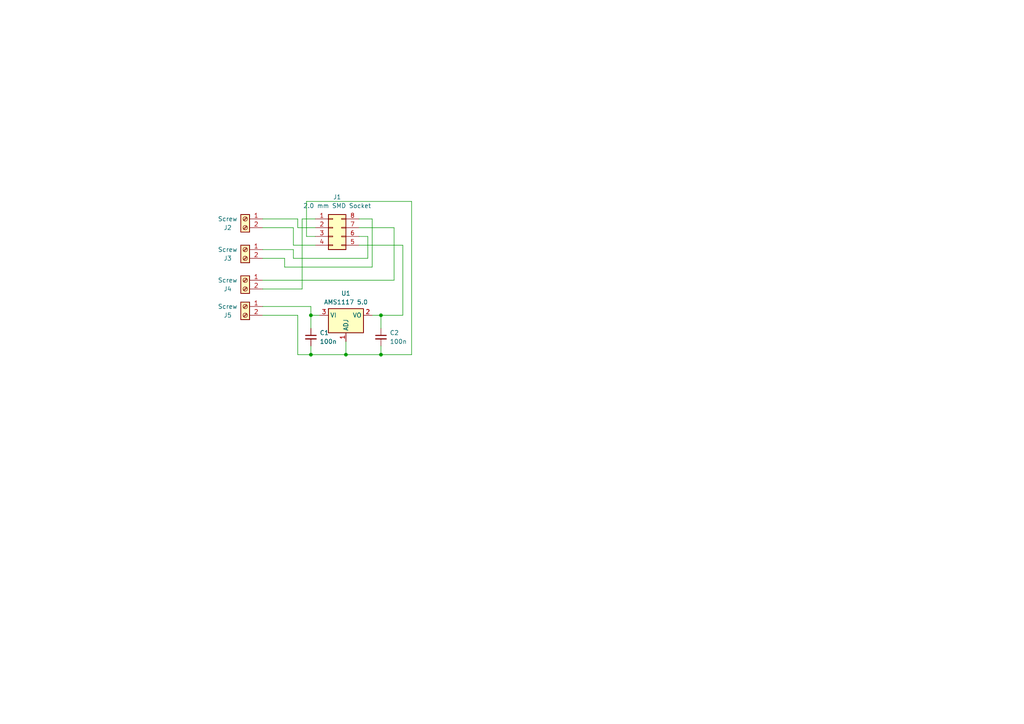
<source format=kicad_sch>
(kicad_sch (version 20230121) (generator eeschema)
  (paper "A4")
  (lib_symbols
    (symbol "Connector:Screw_Terminal_01x02" (pin_names (offset 1.016) hide)
      (property "Reference" "J" (at 0 2.54 0))
      (property "Value" "Screw_Terminal_01x02" (at 0 -5.08 0))
      (symbol "Screw_Terminal_01x02_1_1"
        (rectangle (start -1.27 1.27) (end 1.27 -3.81) (stroke (width 0.254)) (fill (type background)))
        (circle (center 0 -2.54) (radius 0.635) (stroke (width 0.1524)))
        (polyline (pts (xy -0.5334 -2.2098) (xy 0.3302 -3.048)) (stroke (width 0.1524)))
        (polyline (pts (xy -0.5334 0.3302) (xy 0.3302 -0.508)) (stroke (width 0.1524)))
        (polyline (pts (xy -0.3556 -2.032) (xy 0.508 -2.8702)) (stroke (width 0.1524)))
        (polyline (pts (xy -0.3556 0.508) (xy 0.508 -0.3302)) (stroke (width 0.1524)))
        (circle (center 0 0) (radius 0.635) (stroke (width 0.1524)))
        (pin passive line (at -5.08 0 0) (length 3.81) (name "Pin_1") (number "1"))
        (pin passive line (at -5.08 -2.54 0) (length 3.81) (name "Pin_2") (number "2"))
      )
    )
    (symbol "Connector_Generic:Conn_02x04_Counter_Clockwise" (pin_names (offset 1.016) hide)
      (property "Reference" "J" (at 1.27 5.08 0))
      (property "Value" "Conn_02x04_Counter_Clockwise" (at 1.27 -7.62 0))
      (symbol "Conn_02x04_Counter_Clockwise_1_1"
        (rectangle (start -1.27 -4.953) (end 0 -5.207) (stroke (width 0.1524)))
        (rectangle (start -1.27 -2.413) (end 0 -2.667) (stroke (width 0.1524)))
        (rectangle (start -1.27 0.127) (end 0 -0.127) (stroke (width 0.1524)))
        (rectangle (start -1.27 2.667) (end 0 2.413) (stroke (width 0.1524)))
        (rectangle (start -1.27 3.81) (end 3.81 -6.35) (stroke (width 0.254)) (fill (type background)))
        (rectangle (start 3.81 -4.953) (end 2.54 -5.207) (stroke (width 0.1524)))
        (rectangle (start 3.81 -2.413) (end 2.54 -2.667) (stroke (width 0.1524)))
        (rectangle (start 3.81 0.127) (end 2.54 -0.127) (stroke (width 0.1524)))
        (rectangle (start 3.81 2.667) (end 2.54 2.413) (stroke (width 0.1524)))
        (pin passive line (at -5.08 2.54 0) (length 3.81) (name "Pin_1") (number "1"))
        (pin passive line (at -5.08 0 0) (length 3.81) (name "Pin_2") (number "2"))
        (pin passive line (at -5.08 -2.54 0) (length 3.81) (name "Pin_3") (number "3"))
        (pin passive line (at -5.08 -5.08 0) (length 3.81) (name "Pin_4") (number "4"))
        (pin passive line (at 7.62 -5.08 180) (length 3.81) (name "Pin_5") (number "5"))
        (pin passive line (at 7.62 -2.54 180) (length 3.81) (name "Pin_6") (number "6"))
        (pin passive line (at 7.62 0 180) (length 3.81) (name "Pin_7") (number "7"))
        (pin passive line (at 7.62 2.54 180) (length 3.81) (name "Pin_8") (number "8"))
      )
    )
    (symbol "Device:C_Small" (pin_numbers hide) (pin_names (offset 0.254) hide)
      (property "Reference" "C" (at 0.254 1.778 0))
      (property "Value" "C_Small" (at 0.254 -2.032 0))
      (symbol "C_Small_0_1"
        (polyline (pts (xy -1.524 -0.508) (xy 1.524 -0.508)) (stroke (width 0.3302)))
        (polyline (pts (xy -1.524 0.508) (xy 1.524 0.508)) (stroke (width 0.3048)))
      )
      (symbol "C_Small_1_1"
        (pin passive line (at 0 2.54 270) (length 2.032) (name "~") (number "1"))
        (pin passive line (at 0 -2.54 90) (length 2.032) (name "~") (number "2"))
      )
    )
    (symbol "Regulator_Linear:AMS1117"
      (property "Reference" "U" (at -3.81 3.175 0))
      (property "Value" "AMS1117" (at 0 3.175 0))
      (symbol "AMS1117_0_1"
        (rectangle (start -5.08 -5.08) (end 5.08 1.905) (stroke (width 0.254)) (fill (type background)))
      )
      (symbol "AMS1117_1_1"
        (pin input line (at 0 -7.62 90) (length 2.54) (name "ADJ") (number "1"))
        (pin power_out line (at 7.62 0 180) (length 2.54) (name "VO") (number "2"))
        (pin power_in line (at -7.62 0 0) (length 2.54) (name "VI") (number "3"))
      )
    )
  )
  (junction (at 110.49 102.87))
  (junction (at 90.17 102.87))
  (junction (at 100.33 102.87))
  (junction (at 110.49 91.44))
  (junction (at 90.17 91.44))
  (wire (pts (xy 110.49 91.44) (xy 116.84 91.44)))
  (wire (pts (xy 110.49 100.33) (xy 110.49 102.87)))
  (wire (pts (xy 76.2 91.44) (xy 86.36 91.44)))
  (wire (pts (xy 76.2 81.28) (xy 114.3 81.28)))
  (wire (pts (xy 104.14 66.04) (xy 114.3 66.04)))
  (wire (pts (xy 86.36 102.87) (xy 90.17 102.87)))
  (wire (pts (xy 87.63 63.5) (xy 91.44 63.5)))
  (wire (pts (xy 106.68 68.58) (xy 104.14 68.58)))
  (wire (pts (xy 107.95 91.44) (xy 110.49 91.44)))
  (wire (pts (xy 119.38 58.42) (xy 119.38 102.87)))
  (wire (pts (xy 87.63 83.82) (xy 87.63 63.5)))
  (wire (pts (xy 90.17 100.33) (xy 90.17 102.87)))
  (wire (pts (xy 85.09 71.12) (xy 91.44 71.12)))
  (wire (pts (xy 116.84 71.12) (xy 104.14 71.12)))
  (wire (pts (xy 82.55 77.47) (xy 107.95 77.47)))
  (wire (pts (xy 90.17 91.44) (xy 92.71 91.44)))
  (wire (pts (xy 88.9 58.42) (xy 88.9 68.58)))
  (wire (pts (xy 76.2 88.9) (xy 90.17 88.9)))
  (wire (pts (xy 85.09 72.39) (xy 85.09 74.93)))
  (wire (pts (xy 90.17 102.87) (xy 100.33 102.87)))
  (wire (pts (xy 82.55 74.93) (xy 82.55 77.47)))
  (wire (pts (xy 76.2 66.04) (xy 85.09 66.04)))
  (wire (pts (xy 110.49 91.44) (xy 110.49 95.25)))
  (wire (pts (xy 88.9 68.58) (xy 91.44 68.58)))
  (wire (pts (xy 76.2 83.82) (xy 87.63 83.82)))
  (wire (pts (xy 100.33 102.87) (xy 100.33 99.06)))
  (wire (pts (xy 85.09 74.93) (xy 106.68 74.93)))
  (wire (pts (xy 90.17 88.9) (xy 90.17 91.44)))
  (wire (pts (xy 86.36 63.5) (xy 86.36 66.04)))
  (wire (pts (xy 119.38 58.42) (xy 88.9 58.42)))
  (wire (pts (xy 107.95 63.5) (xy 104.14 63.5)))
  (wire (pts (xy 116.84 91.44) (xy 116.84 71.12)))
  (wire (pts (xy 100.33 102.87) (xy 110.49 102.87)))
  (wire (pts (xy 76.2 63.5) (xy 86.36 63.5)))
  (wire (pts (xy 86.36 91.44) (xy 86.36 102.87)))
  (wire (pts (xy 107.95 77.47) (xy 107.95 63.5)))
  (wire (pts (xy 76.2 74.93) (xy 82.55 74.93)))
  (wire (pts (xy 110.49 102.87) (xy 119.38 102.87)))
  (wire (pts (xy 114.3 81.28) (xy 114.3 66.04)))
  (wire (pts (xy 106.68 74.93) (xy 106.68 68.58)))
  (wire (pts (xy 85.09 66.04) (xy 85.09 71.12)))
  (wire (pts (xy 76.2 72.39) (xy 85.09 72.39)))
  (wire (pts (xy 90.17 91.44) (xy 90.17 95.25)))
  (wire (pts (xy 86.36 66.04) (xy 91.44 66.04)))
  (symbol (lib_id "Regulator_Linear:AMS1117") (at 100.33 91.44 0) (unit 1)
    (property "Reference" "U1" (at 100.33 85.09 0))
    (property "Value" "AMS1117 5.0" (at 100.33 87.63 0))
    (property "Footprint" "Package_TO_SOT_SMD:SOT-223-3_TabPin2" (effects hide))
    (property "Datasheet" "http://www.advanced-monolithic.com/pdf/ds1117.pdf" (effects hide))
  )
  (symbol (lib_id "Connector:Screw_Terminal_01x02") (at 71.12 72.39 0) (mirror y) (unit 1)
    (property "Reference" "J3" (at 66.04 74.93 0))
    (property "Value" "Screw" (at 66.04 72.39 0))
    (property "Footprint" "wago_smd_2screw:WAGO_2060-452_998-404" (effects hide))
  )
  (symbol (lib_id "Connector:Screw_Terminal_01x02") (at 71.12 88.9 0) (mirror y) (unit 1)
    (property "Reference" "J5" (at 66.04 91.44 0))
    (property "Value" "Screw" (at 66.04 88.9 0))
    (property "Footprint" "wago_smd_2screw:WAGO_2060-452_998-404" (effects hide))
  )
  (symbol (lib_id "Device:C_Small") (at 110.49 97.79 0) (unit 1)
    (property "Reference" "C2" (at 113.03 96.5263 0) (effects (justify left)))
    (property "Value" "100n" (at 113.03 99.0663 0) (effects (justify left)))
    (property "Footprint" "Capacitor_SMD:C_0603_1608Metric" (effects hide))
  )
  (symbol (lib_id "Connector:Screw_Terminal_01x02") (at 71.12 81.28 0) (mirror y) (unit 1)
    (property "Reference" "J4" (at 66.04 83.82 0))
    (property "Value" "Screw" (at 66.04 81.28 0))
    (property "Footprint" "wago_smd_2screw:WAGO_2060-452_998-404" (effects hide))
  )
  (symbol (lib_id "Device:C_Small") (at 90.17 97.79 0) (unit 1)
    (property "Reference" "C1" (at 92.71 96.5263 0) (effects (justify left)))
    (property "Value" "100n" (at 92.71 99.0663 0) (effects (justify left)))
    (property "Footprint" "Capacitor_SMD:C_0603_1608Metric" (effects hide))
  )
  (symbol (lib_id "Connector:Screw_Terminal_01x02") (at 71.12 63.5 0) (mirror y) (unit 1)
    (property "Reference" "J2" (at 66.04 66.04 0))
    (property "Value" "Screw" (at 66.04 63.5 0))
    (property "Footprint" "wago_smd_2screw:WAGO_2060-452_998-404" (effects hide))
  )
  (symbol (lib_id "Connector_Generic:Conn_02x04_Counter_Clockwise") (at 96.52 66.04 0) (unit 1)
    (property "Reference" "J1" (at 97.79 57.15 0))
    (property "Value" "2.0 mm SMD Socket" (at 97.79 59.69 0))
    (property "Footprint" "Connector_PinSocket_2.00mm:PinSocket_2x04_P2.00mm_Vertical_SMD" (effects hide))
  )
)
</source>
